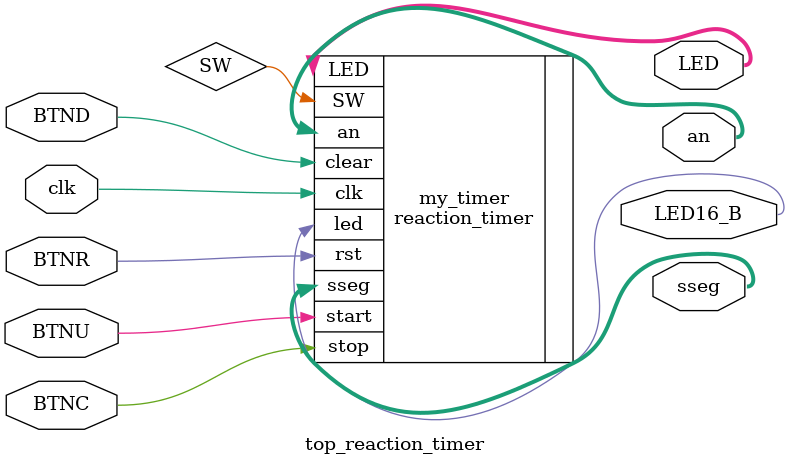
<source format=sv>
`timescale 1ns / 1ps


module top_reaction_timer(
    input logic clk,
    input logic BTNC, BTNU, BTND, BTNR,
    output logic [7:0]an,
    output logic [7:0]sseg,
    output logic [15:0]LED,
    output logic LED16_B
    );
    
    reaction_timer my_timer(
    .clk(clk),
    .rst(BTNR),
    .start(BTNU),
    .stop(BTNC),
    .clear(BTND),
    .SW(SW),
    .an(an),
    .sseg(sseg),
    .led(LED16_B),
    .LED(LED));
endmodule

</source>
